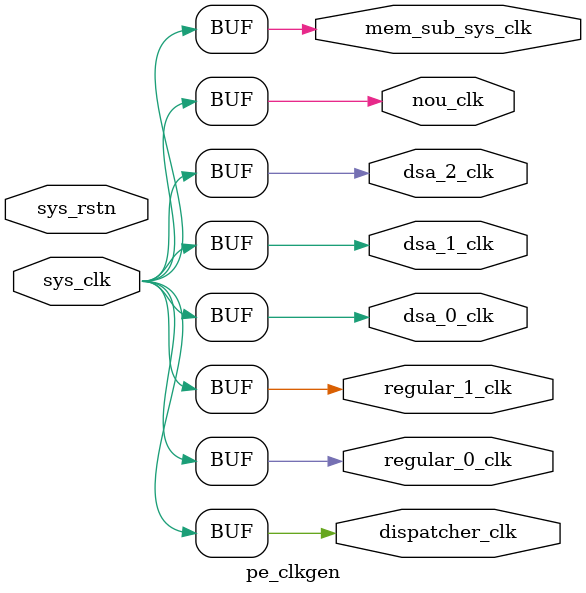
<source format=v>
module pe_clkgen(
    dispatcher_clk,
    regular_0_clk,
    regular_1_clk,
    dsa_0_clk,
    dsa_1_clk,
    dsa_2_clk,
    nou_clk,
    mem_sub_sys_clk,
    sys_clk,
    sys_rstn
);

output dispatcher_clk;
output regular_0_clk;
output regular_1_clk;
output dsa_0_clk;
output dsa_1_clk;
output dsa_2_clk;
output nou_clk;
output mem_sub_sys_clk;
input  sys_clk;
input  sys_rstn;

//TODO, PLL/MMCM required
assign dispatcher_clk = sys_clk;   
assign regular_0_clk = sys_clk;   
assign regular_1_clk = sys_clk;   
assign dsa_0_clk = sys_clk;   
assign dsa_1_clk = sys_clk;   
assign dsa_2_clk = sys_clk;   
assign nou_clk = sys_clk;   
assign mem_sub_sys_clk = sys_clk;

endmodule

</source>
